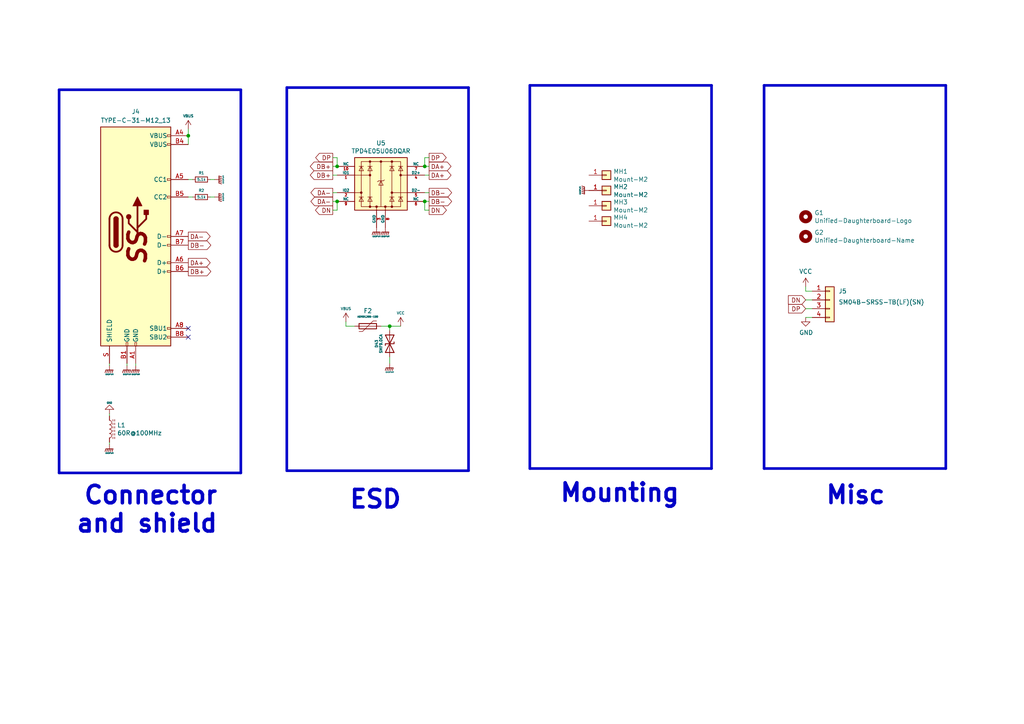
<source format=kicad_sch>
(kicad_sch (version 20230121) (generator eeschema)
  (paper "A4")
  (lib_symbols
    (symbol "Connector_Generic:Conn_01x01" (pin_names (offset 1.016) hide)
      (property "Reference" "J" (at 0 2.54 0))
      (property "Value" "Conn_01x01" (at 0 -2.54 0))
      (symbol "Conn_01x01_1_1"
        (rectangle (start -1.27 0.127) (end 0 -0.127) (stroke (width 0.1524)))
        (rectangle (start -1.27 1.27) (end 1.27 -1.27) (stroke (width 0.254)) (fill (type background)))
        (pin passive line (at -5.08 0 0) (length 3.81) (name "Pin_1") (number "1"))
      )
    )
    (symbol "Connector_Generic:Conn_01x04" (pin_names (offset 1.016) hide)
      (property "Reference" "J" (at 0 5.08 0))
      (property "Value" "Conn_01x04" (at 0 -7.62 0))
      (symbol "Conn_01x04_1_1"
        (rectangle (start -1.27 -4.953) (end 0 -5.207) (stroke (width 0.1524)))
        (rectangle (start -1.27 -2.413) (end 0 -2.667) (stroke (width 0.1524)))
        (rectangle (start -1.27 0.127) (end 0 -0.127) (stroke (width 0.1524)))
        (rectangle (start -1.27 2.667) (end 0 2.413) (stroke (width 0.1524)))
        (rectangle (start -1.27 3.81) (end 1.27 -6.35) (stroke (width 0.254)) (fill (type background)))
        (pin passive line (at -5.08 2.54 0) (length 3.81) (name "Pin_1") (number "1"))
        (pin passive line (at -5.08 0 0) (length 3.81) (name "Pin_2") (number "2"))
        (pin passive line (at -5.08 -2.54 0) (length 3.81) (name "Pin_3") (number "3"))
        (pin passive line (at -5.08 -5.08 0) (length 3.81) (name "Pin_4") (number "4"))
      )
    )
    (symbol "Device:D_TVS" (pin_numbers hide) (pin_names (offset 1.016) hide)
      (property "Reference" "D" (at 0 2.54 0))
      (property "Value" "D_TVS" (at 0 -2.54 0))
      (symbol "D_TVS_0_1"
        (polyline (pts (xy 1.27 0) (xy -1.27 0)))
        (polyline (pts (xy 0.508 1.27) (xy 0 1.27) (xy 0 -1.27) (xy -0.508 -1.27)) (stroke (width 0.254)))
        (polyline (pts (xy -2.54 1.27) (xy -2.54 -1.27) (xy 2.54 1.27) (xy 2.54 -1.27) (xy -2.54 1.27)) (stroke (width 0.254)))
      )
      (symbol "D_TVS_1_1"
        (pin passive line (at -3.81 0 0) (length 2.54) (name "A1") (number "1"))
        (pin passive line (at 3.81 0 180) (length 2.54) (name "A2") (number "2"))
      )
    )
    (symbol "Device:Polyfuse" (pin_numbers hide) (pin_names (offset 0))
      (property "Reference" "F" (at -2.54 0 90))
      (property "Value" "Polyfuse" (at 2.54 0 90))
      (symbol "Polyfuse_0_1"
        (rectangle (start -0.762 2.54) (end 0.762 -2.54) (stroke (width 0.254)))
        (polyline (pts (xy 0 2.54) (xy 0 -2.54)))
        (polyline (pts (xy -1.524 2.54) (xy -1.524 1.524) (xy 1.524 -1.524) (xy 1.524 -2.54)))
      )
      (symbol "Polyfuse_1_1"
        (pin passive line (at 0 3.81 270) (length 1.27) (name "~") (number "1"))
        (pin passive line (at 0 -3.81 90) (length 1.27) (name "~") (number "2"))
      )
    )
    (symbol "Device:R_Small" (pin_numbers hide) (pin_names (offset 0.254) hide)
      (property "Reference" "R" (at 0.762 0.508 0))
      (property "Value" "R_Small" (at 0.762 -1.016 0))
      (symbol "R_Small_0_1"
        (rectangle (start -0.762 1.778) (end 0.762 -1.778) (stroke (width 0.2032)))
      )
      (symbol "R_Small_1_1"
        (pin passive line (at 0 2.54 270) (length 0.762) (name "~") (number "1"))
        (pin passive line (at 0 -2.54 90) (length 0.762) (name "~") (number "2"))
      )
    )
    (symbol "Mechanical:MountingHole" (pin_names (offset 1.016))
      (property "Reference" "H" (at 0 5.08 0))
      (property "Value" "MountingHole" (at 0 3.175 0))
      (symbol "MountingHole_0_1"
        (circle (center 0 0) (radius 1.27) (stroke (width 1.27)))
      )
    )
    (symbol "Unified-Daughterboard-rescue:L_Core_Ferrite-Device" (pin_numbers hide) (pin_names (offset 1.016) hide)
      (property "Reference" "L" (at -1.27 0 90))
      (property "Value" "Device_L_Core_Ferrite" (at 2.794 0 90))
      (symbol "L_Core_Ferrite-Device_0_1"
        (arc (start 0 -2.54) (mid 0.6323 -1.905) (end 0 -1.27))
        (arc (start 0 -1.27) (mid 0.6323 -0.635) (end 0 0))
        (polyline (pts (xy 1.016 -2.794) (xy 1.016 -2.286)))
        (polyline (pts (xy 1.016 -1.778) (xy 1.016 -1.27)))
        (polyline (pts (xy 1.016 -0.762) (xy 1.016 -0.254)))
        (polyline (pts (xy 1.016 0.254) (xy 1.016 0.762)))
        (polyline (pts (xy 1.016 1.27) (xy 1.016 1.778)))
        (polyline (pts (xy 1.016 2.286) (xy 1.016 2.794)))
        (polyline (pts (xy 1.524 -2.286) (xy 1.524 -2.794)))
        (polyline (pts (xy 1.524 -1.27) (xy 1.524 -1.778)))
        (polyline (pts (xy 1.524 -0.254) (xy 1.524 -0.762)))
        (polyline (pts (xy 1.524 0.762) (xy 1.524 0.254)))
        (polyline (pts (xy 1.524 1.778) (xy 1.524 1.27)))
        (polyline (pts (xy 1.524 2.794) (xy 1.524 2.286)))
        (arc (start 0 0) (mid 0.6323 0.635) (end 0 1.27))
        (arc (start 0 1.27) (mid 0.6323 1.905) (end 0 2.54))
      )
      (symbol "L_Core_Ferrite-Device_1_1"
        (pin passive line (at 0 3.81 270) (length 1.27) (name "1") (number "1"))
        (pin passive line (at 0 -3.81 90) (length 1.27) (name "2") (number "2"))
      )
    )
    (symbol "acheronSymbols:TPD4E05U06DQAR" (pin_names (offset 0))
      (property "Reference" "U" (at 0 12.7 0))
      (property "Value" "TPD4E05U06DQAR" (at 0 10.16 0))
      (symbol "TPD4E05U06DQAR_0_0"
        (rectangle (start -5.715 6.477) (end 5.715 -6.604))
        (polyline (pts (xy -3.175 -6.604) (xy -3.175 6.477)))
        (polyline (pts (xy 0 6.477) (xy 0 -6.604)))
        (polyline (pts (xy 3.175 6.477) (xy 3.175 -6.604)))
      )
      (symbol "TPD4E05U06DQAR_0_1"
        (rectangle (start -7.62 7.62) (end 7.62 -7.62) (stroke (width 0.254)) (fill (type background)))
        (circle (center -5.715 -2.54) (radius 0.2794) (fill (type outline)))
        (circle (center -3.175 -6.604) (radius 0.2794) (fill (type outline)))
        (circle (center -3.175 2.54) (radius 0.2794) (fill (type outline)))
        (circle (center -3.175 6.477) (radius 0.2794) (fill (type outline)))
        (circle (center -1.27 -6.604) (radius 0.2794) (fill (type outline)))
        (polyline (pts (xy -7.747 2.54) (xy -3.175 2.54)))
        (polyline (pts (xy -7.62 -2.54) (xy -5.715 -2.54)))
        (polyline (pts (xy -5.08 -3.81) (xy -6.35 -3.81)))
        (polyline (pts (xy -5.08 5.08) (xy -6.35 5.08)))
        (polyline (pts (xy -2.54 -3.81) (xy -3.81 -3.81)))
        (polyline (pts (xy -2.54 5.08) (xy -3.81 5.08)))
        (polyline (pts (xy -1.27 -6.604) (xy -1.27 -7.62)))
        (polyline (pts (xy -0.635 0.889) (xy -1.016 0.635)))
        (polyline (pts (xy 0.635 0.889) (xy -0.635 0.889)))
        (polyline (pts (xy 0.635 0.889) (xy 1.016 1.143)))
        (polyline (pts (xy 3.81 -3.81) (xy 2.54 -3.81)))
        (polyline (pts (xy 3.81 5.08) (xy 2.54 5.08)))
        (polyline (pts (xy 6.35 -3.81) (xy 5.08 -3.81)))
        (polyline (pts (xy 6.35 5.08) (xy 5.08 5.08)))
        (polyline (pts (xy 7.62 -2.54) (xy 3.175 -2.54)))
        (polyline (pts (xy 7.62 2.54) (xy 5.715 2.54)))
        (polyline (pts (xy -5.08 -5.08) (xy -6.35 -5.08) (xy -5.715 -3.81) (xy -5.08 -5.08)))
        (polyline (pts (xy -5.08 3.81) (xy -6.35 3.81) (xy -5.715 5.08) (xy -5.08 3.81)))
        (polyline (pts (xy -2.54 -5.08) (xy -3.81 -5.08) (xy -3.175 -3.81) (xy -2.54 -5.08)))
        (polyline (pts (xy -2.54 3.81) (xy -3.81 3.81) (xy -3.175 5.08) (xy -2.54 3.81)))
        (polyline (pts (xy 0.635 -0.381) (xy -0.635 -0.381) (xy 0 0.889) (xy 0.635 -0.381)))
        (polyline (pts (xy 3.81 -5.08) (xy 2.54 -5.08) (xy 3.175 -3.81) (xy 3.81 -5.08)))
        (polyline (pts (xy 3.81 3.81) (xy 2.54 3.81) (xy 3.175 5.08) (xy 3.81 3.81)))
        (polyline (pts (xy 6.35 -5.08) (xy 5.08 -5.08) (xy 5.715 -3.81) (xy 6.35 -5.08)))
        (polyline (pts (xy 6.35 3.81) (xy 5.08 3.81) (xy 5.715 5.08) (xy 6.35 3.81)))
        (circle (center 0 6.477) (radius 0.2794) (fill (type outline)))
        (circle (center 3.175 -6.604) (radius 0.2794) (fill (type outline)))
        (circle (center 3.175 -2.54) (radius 0.2794) (fill (type outline)))
        (circle (center 3.175 6.477) (radius 0.2794) (fill (type outline)))
        (circle (center 5.715 2.54) (radius 0.2794) (fill (type outline)))
      )
      (symbol "TPD4E05U06DQAR_1_1"
        (polyline (pts (xy 1.27 -6.604) (xy 1.27 -7.62)))
        (circle (center 1.27 -6.604) (radius 0.2794) (fill (type outline)))
        (pin bidirectional line (at -12.7 2.54 0) (length 5.08) (name "IO1") (number "1"))
        (pin bidirectional line (at -12.7 5.08 0) (length 5.08) (name "NC") (number "10"))
        (pin bidirectional line (at -12.7 -2.54 0) (length 5.08) (name "IO2") (number "2"))
        (pin power_in line (at -1.27 -12.7 90) (length 5.08) (name "GND") (number "3"))
        (pin bidirectional line (at 12.7 2.54 180) (length 5.08) (name "D2+") (number "4"))
        (pin bidirectional line (at 12.7 -2.54 180) (length 5.08) (name "D2-") (number "5"))
        (pin bidirectional line (at 12.7 -5.08 180) (length 5.08) (name "NC") (number "6"))
        (pin bidirectional line (at 12.7 5.08 180) (length 5.08) (name "NC") (number "7"))
        (pin power_in line (at 1.27 -12.7 90) (length 5.08) (name "GND") (number "8"))
        (pin bidirectional line (at -12.7 -5.08 0) (length 5.08) (name "NC") (number "9"))
      )
    )
    (symbol "acheronSymbols:TYPE-C-31-M12_13" (pin_names (offset 1.016))
      (property "Reference" "J" (at -1.27 35.56 0))
      (property "Value" "TYPE-C-31-M12_13" (at 10.16 33.02 0))
      (symbol "TYPE-C-31-M12_13_0_0"
        (rectangle (start -0.254 -31.75) (end 0.254 -30.734))
        (rectangle (start 10.16 -28.956) (end 9.144 -29.464))
        (rectangle (start 10.16 -26.416) (end 9.144 -26.924))
        (rectangle (start 10.16 -9.906) (end 9.144 -10.414))
        (rectangle (start 10.16 -7.366) (end 9.144 -7.874))
        (rectangle (start 10.16 -2.286) (end 9.144 -2.794))
        (rectangle (start 10.16 0.254) (end 9.144 -0.254))
        (rectangle (start 10.16 11.684) (end 9.144 11.176))
        (rectangle (start 10.16 16.764) (end 9.144 16.256))
        (rectangle (start 10.16 29.464) (end 9.144 28.956))
        (text "SS" (at 0.508 -3.175 900) (effects (font (size 5.08 5.08) bold italic)))
      )
      (symbol "TYPE-C-31-M12_13_0_1"
        (rectangle (start -10.16 31.75) (end 10.16 -31.75) (stroke (width 0.254)) (fill (type background)))
        (arc (start -7.62 -2.54) (mid -5.715 -4.4367) (end -3.81 -2.54) (stroke (width 0.508)))
        (arc (start -6.35 -2.54) (mid -5.715 -3.1723) (end -5.08 -2.54) (stroke (width 0.254)))
        (arc (start -6.35 -2.54) (mid -5.715 -3.1723) (end -5.08 -2.54) (stroke (width 0.254)) (fill (type outline)))
        (rectangle (start -6.35 -2.54) (end -5.08 5.08) (stroke (width 0.254)) (fill (type outline)))
        (arc (start -5.08 5.08) (mid -5.715 5.7123) (end -6.35 5.08) (stroke (width 0.254)))
        (arc (start -5.08 5.08) (mid -5.715 5.7123) (end -6.35 5.08) (stroke (width 0.254)) (fill (type outline)))
        (arc (start -3.81 5.08) (mid -5.715 6.9767) (end -7.62 5.08) (stroke (width 0.508)))
        (circle (center -2.032 5.715) (radius 0.635) (stroke (width 0.254)) (fill (type outline)))
        (polyline (pts (xy -7.62 -2.54) (xy -7.62 5.08)) (stroke (width 0.508)))
        (polyline (pts (xy -3.81 5.08) (xy -3.81 -2.54)) (stroke (width 0.508)))
        (polyline (pts (xy 0.508 0) (xy 0.508 8.89)) (stroke (width 0.508)))
        (polyline (pts (xy 0.508 1.27) (xy -2.032 3.81) (xy -2.032 5.08)) (stroke (width 0.508)))
        (polyline (pts (xy 0.508 2.54) (xy 3.048 5.08) (xy 3.048 6.35)) (stroke (width 0.508)))
        (polyline (pts (xy -0.762 8.89) (xy 0.508 11.43) (xy 1.778 8.89) (xy -0.762 8.89)) (stroke (width 0.254)) (fill (type outline)))
        (rectangle (start 2.413 6.35) (end 3.683 7.62) (stroke (width 0.254)) (fill (type outline)))
      )
      (symbol "TYPE-C-31-M12_13_1_1"
        (rectangle (start -2.794 -31.75) (end -2.286 -30.734))
        (rectangle (start 10.16 26.924) (end 9.144 26.416))
        (pin power_out line (at 0 -36.83 90) (length 5.08) (name "GND") (number "A1"))
        (pin power_out line (at 15.24 29.21 180) (length 5.08) (name "VBUS") (number "A4"))
        (pin bidirectional line (at 15.24 16.51 180) (length 5.08) (name "CC1") (number "A5"))
        (pin bidirectional line (at 15.24 -7.62 180) (length 5.08) (name "D+") (number "A6"))
        (pin bidirectional line (at 15.24 0 180) (length 5.08) (name "D-") (number "A7"))
        (pin bidirectional line (at 15.24 -26.67 180) (length 5.08) (name "SBU1") (number "A8"))
        (pin power_out line (at -2.54 -36.83 90) (length 5.08) (name "GND") (number "B1"))
        (pin power_out line (at 15.24 26.67 180) (length 5.08) (name "VBUS") (number "B4"))
        (pin bidirectional line (at 15.24 11.43 180) (length 5.08) (name "CC2") (number "B5"))
        (pin bidirectional line (at 15.24 -10.16 180) (length 5.08) (name "D+") (number "B6"))
        (pin bidirectional line (at 15.24 -2.54 180) (length 5.08) (name "D-") (number "B7"))
        (pin bidirectional line (at 15.24 -29.21 180) (length 5.08) (name "SBU2") (number "B8"))
        (pin passive line (at -7.62 -36.83 90) (length 5.08) (name "SHIELD") (number "S"))
      )
    )
    (symbol "power:GND" (power) (pin_names (offset 0))
      (property "Value" "GND" (at 0 -3.81 0))
      (symbol "GND_0_1"
        (polyline (pts (xy 0 0) (xy 0 -1.27) (xy 1.27 -1.27) (xy 0 -2.54) (xy -1.27 -1.27) (xy 0 -1.27)))
      )
      (symbol "GND_1_1"
        (pin power_in line (at 0 0 270) (length 0) hide (name "GND") (number "1"))
      )
    )
    (symbol "power:GNDPWR" (power) (pin_names (offset 0))
      (property "Value" "GNDPWR" (at 0 -3.302 0))
      (symbol "GNDPWR_0_1"
        (polyline (pts (xy 0 -1.27) (xy 0 0)))
        (polyline (pts (xy -1.016 -1.27) (xy -1.27 -2.032) (xy -1.27 -2.032)) (stroke (width 0.2032)))
        (polyline (pts (xy -0.508 -1.27) (xy -0.762 -2.032) (xy -0.762 -2.032)) (stroke (width 0.2032)))
        (polyline (pts (xy 0 -1.27) (xy -0.254 -2.032) (xy -0.254 -2.032)) (stroke (width 0.2032)))
        (polyline (pts (xy 0.508 -1.27) (xy 0.254 -2.032) (xy 0.254 -2.032)) (stroke (width 0.2032)))
        (polyline (pts (xy 1.016 -1.27) (xy -1.016 -1.27) (xy -1.016 -1.27)) (stroke (width 0.2032)))
        (polyline (pts (xy 1.016 -1.27) (xy 0.762 -2.032) (xy 0.762 -2.032) (xy 0.762 -2.032)) (stroke (width 0.2032)))
      )
      (symbol "GNDPWR_1_1"
        (pin power_in line (at 0 0 270) (length 0) hide (name "GNDPWR") (number "1"))
      )
    )
    (symbol "power:VBUS" (power) (pin_names (offset 0))
      (property "Value" "VBUS" (at 0 3.81 0))
      (symbol "VBUS_0_1"
        (polyline (pts (xy -0.762 1.27) (xy 0 2.54)))
        (polyline (pts (xy 0 0) (xy 0 2.54)))
        (polyline (pts (xy 0 2.54) (xy 0.762 1.27)))
      )
      (symbol "VBUS_1_1"
        (pin power_in line (at 0 0 90) (length 0) hide (name "VBUS") (number "1"))
      )
    )
    (symbol "power:VCC" (power) (pin_names (offset 0))
      (property "Value" "VCC" (at 0 3.81 0))
      (symbol "VCC_0_1"
        (polyline (pts (xy -0.762 1.27) (xy 0 2.54)))
        (polyline (pts (xy 0 0) (xy 0 2.54)))
        (polyline (pts (xy 0 2.54) (xy 0.762 1.27)))
      )
      (symbol "VCC_1_1"
        (pin power_in line (at 0 0 90) (length 0) hide (name "VCC") (number "1"))
      )
    )
  )
  (junction (at 54.61 39.37))
  (junction (at 123.19 48.26))
  (junction (at 97.79 58.42))
  (junction (at 97.79 48.26))
  (junction (at 113.03 94.615))
  (junction (at 123.19 58.42))
  (no_connect (at 54.61 97.79))
  (no_connect (at 54.61 95.25))
  (wire (pts (xy 60.96 57.15) (xy 62.23 57.15)))
  (wire (pts (xy 124.46 45.72) (xy 123.19 45.72)))
  (polyline (pts (xy 221.615 24.765) (xy 221.615 135.89)) (stroke (width 0.762)))
  (wire (pts (xy 31.75 120.015) (xy 31.75 120.65)))
  (wire (pts (xy 36.83 105.41) (xy 36.83 106.045)))
  (wire (pts (xy 110.49 94.615) (xy 113.03 94.615)))
  (wire (pts (xy 54.61 57.15) (xy 55.88 57.15)))
  (wire (pts (xy 123.19 50.8) (xy 124.46 50.8)))
  (polyline (pts (xy 83.185 25.4) (xy 135.89 25.4)) (stroke (width 0.762)))
  (wire (pts (xy 96.52 50.8) (xy 97.79 50.8)))
  (wire (pts (xy 233.68 92.075) (xy 235.585 92.075)))
  (wire (pts (xy 233.68 83.185) (xy 233.68 84.455)))
  (wire (pts (xy 39.37 105.41) (xy 39.37 106.045)))
  (wire (pts (xy 96.52 45.72) (xy 97.79 45.72)))
  (wire (pts (xy 123.19 58.42) (xy 124.46 58.42)))
  (polyline (pts (xy 135.89 25.4) (xy 135.89 136.525)) (stroke (width 0.762)))
  (polyline (pts (xy 17.145 26.035) (xy 69.85 26.035)) (stroke (width 0.762)))
  (wire (pts (xy 31.75 105.41) (xy 31.75 106.045)))
  (polyline (pts (xy 69.85 26.035) (xy 69.85 137.16)) (stroke (width 0.762)))
  (wire (pts (xy 54.61 52.07) (xy 55.88 52.07)))
  (polyline (pts (xy 206.375 135.89) (xy 153.67 135.89)) (stroke (width 0.762)))
  (wire (pts (xy 113.03 94.615) (xy 113.03 95.885)))
  (wire (pts (xy 60.96 52.07) (xy 62.23 52.07)))
  (wire (pts (xy 235.585 86.995) (xy 233.68 86.995)))
  (wire (pts (xy 54.61 37.465) (xy 54.61 39.37)))
  (polyline (pts (xy 83.185 25.4) (xy 83.185 136.525)) (stroke (width 0.762)))
  (wire (pts (xy 233.68 84.455) (xy 235.585 84.455)))
  (wire (pts (xy 123.19 45.72) (xy 123.19 48.26)))
  (polyline (pts (xy 221.615 24.765) (xy 274.32 24.765)) (stroke (width 0.762)))
  (wire (pts (xy 96.52 55.88) (xy 97.79 55.88)))
  (wire (pts (xy 96.52 48.26) (xy 97.79 48.26)))
  (polyline (pts (xy 17.145 26.035) (xy 17.145 137.16)) (stroke (width 0.762)))
  (wire (pts (xy 123.19 55.88) (xy 124.46 55.88)))
  (wire (pts (xy 96.52 58.42) (xy 97.79 58.42)))
  (polyline (pts (xy 135.89 136.525) (xy 83.185 136.525)) (stroke (width 0.762)))
  (polyline (pts (xy 274.32 24.765) (xy 274.32 135.89)) (stroke (width 0.762)))
  (polyline (pts (xy 153.67 24.765) (xy 206.375 24.765)) (stroke (width 0.762)))
  (wire (pts (xy 97.79 45.72) (xy 97.79 48.26)))
  (wire (pts (xy 100.33 94.615) (xy 102.87 94.615)))
  (polyline (pts (xy 153.67 24.765) (xy 153.67 135.89)) (stroke (width 0.762)))
  (wire (pts (xy 113.03 103.505) (xy 113.03 105.41)))
  (wire (pts (xy 100.33 93.345) (xy 100.33 94.615)))
  (polyline (pts (xy 69.85 137.16) (xy 17.145 137.16)) (stroke (width 0.762)))
  (wire (pts (xy 123.19 48.26) (xy 124.46 48.26)))
  (wire (pts (xy 96.52 60.96) (xy 97.79 60.96)))
  (wire (pts (xy 113.03 94.615) (xy 116.205 94.615)))
  (wire (pts (xy 123.19 60.96) (xy 124.46 60.96)))
  (wire (pts (xy 123.19 58.42) (xy 123.19 60.96)))
  (wire (pts (xy 31.75 128.27) (xy 31.75 128.905)))
  (polyline (pts (xy 206.375 24.765) (xy 206.375 135.89)) (stroke (width 0.762)))
  (polyline (pts (xy 274.32 135.89) (xy 221.615 135.89)) (stroke (width 0.762)))
  (wire (pts (xy 54.61 39.37) (xy 54.61 41.91)))
  (wire (pts (xy 97.79 60.96) (xy 97.79 58.42)))
  (wire (pts (xy 233.68 89.535) (xy 235.585 89.535)))
  (text "Connector\nand shield" (at 63.5 154.94 0) (effects (font (size 5.08 5.08) (thickness 1.016) bold) (justify right bottom)))
  (text "ESD" (at 116.84 147.955 0) (effects (font (size 5.08 5.08) (thickness 1.016) bold) (justify right bottom)))
  (text "Misc" (at 257.175 146.685 0) (effects (font (size 5.08 5.08) (thickness 1.016) bold) (justify right bottom)))
  (text "Mounting" (at 197.485 146.05 0) (effects (font (size 5.08 5.08) (thickness 1.016) bold) (justify right bottom)))
  (global_label "DA+" (shape output) (at 54.61 76.2 0) (property "Intersheetrefs" "${INTERSHEET_REFS}" (effects hide)))
  (global_label "DN" (shape output) (at 96.52 60.96 180) (property "Intersheetrefs" "${INTERSHEET_REFS}" (effects hide)))
  (global_label "DB+" (shape output) (at 54.61 78.74 0) (property "Intersheetrefs" "${INTERSHEET_REFS}" (effects hide)))
  (global_label "DN" (shape input) (at 233.68 86.995 180) (property "Intersheetrefs" "${INTERSHEET_REFS}" (effects hide)))
  (global_label "DB-" (shape output) (at 124.46 58.42 0) (property "Intersheetrefs" "${INTERSHEET_REFS}" (effects hide)))
  (global_label "DN" (shape output) (at 124.46 60.96 0) (property "Intersheetrefs" "${INTERSHEET_REFS}" (effects hide)))
  (global_label "DB-" (shape output) (at 124.46 55.88 0) (property "Intersheetrefs" "${INTERSHEET_REFS}" (effects hide)))
  (global_label "DA-" (shape output) (at 96.52 58.42 180) (property "Intersheetrefs" "${INTERSHEET_REFS}" (effects hide)))
  (global_label "DA+" (shape output) (at 124.46 50.8 0) (property "Intersheetrefs" "${INTERSHEET_REFS}" (effects hide)))
  (global_label "DA+" (shape output) (at 124.46 48.26 0) (property "Intersheetrefs" "${INTERSHEET_REFS}" (effects hide)))
  (global_label "DB+" (shape output) (at 96.52 50.8 180) (property "Intersheetrefs" "${INTERSHEET_REFS}" (effects hide)))
  (global_label "DA-" (shape output) (at 96.52 55.88 180) (property "Intersheetrefs" "${INTERSHEET_REFS}" (effects hide)))
  (global_label "DB+" (shape output) (at 96.52 48.26 180) (property "Intersheetrefs" "${INTERSHEET_REFS}" (effects hide)))
  (global_label "DA-" (shape output) (at 54.61 68.58 0) (property "Intersheetrefs" "${INTERSHEET_REFS}" (effects hide)))
  (global_label "DP" (shape output) (at 124.46 45.72 0) (property "Intersheetrefs" "${INTERSHEET_REFS}" (effects hide)))
  (global_label "DP" (shape output) (at 96.52 45.72 180) (property "Intersheetrefs" "${INTERSHEET_REFS}" (effects hide)))
  (global_label "DP" (shape input) (at 233.68 89.535 180) (property "Intersheetrefs" "${INTERSHEET_REFS}" (effects hide)))
  (global_label "DB-" (shape output) (at 54.61 71.12 0) (property "Intersheetrefs" "${INTERSHEET_REFS}" (effects hide)))
  (symbol (lib_id "power:VBUS") (at 100.33 93.345 0) (unit 1)
    (property "Reference" "#PWR015" (effects hide))
    (property "Value" "VBUS" (at 100.33 89.535 0) (effects (font (size 0.762 0.762))))
    (instances (project "no-escape" (path "" (reference "#PWR015") (unit 1))) (project "Unified-Daughterboard" (path "" (reference "#PWR0115") (unit 1))))
  )
  (symbol (lib_id "Device:R_Small") (at 58.42 57.15 90) (unit 1)
    (property "Reference" "R2" (at 58.42 55.245 90) (effects (font (size 0.762 0.762))))
    (property "Value" "5.1k" (at 58.42 57.15 90) (effects (font (size 0.762 0.762))))
    (property "Footprint" "Resistors_SMD:R_0603" (effects hide))
    (property "Package" "R0603" (effects hide))
  )
  (symbol (lib_id "power:GNDPWR") (at 170.815 55.245 270) (unit 1)
    (property "Reference" "#PWR020" (effects hide))
    (property "Value" "GNDPWR" (at 168.275 55.245 0) (effects (font (size 0.381 0.381))))
    (instances (project "no-escape" (path "" (reference "#PWR020") (unit 1))) (project "Unified-Daughterboard" (path "" (reference "#PWR0110") (unit 1))))
  )
  (symbol (lib_id "power:VCC") (at 233.68 83.185 0) (unit 1)
    (property "Reference" "#PWR021" (effects hide))
    (property "Value" "VCC" (at 233.68 78.74 0))
    (instances (project "no-escape" (path "" (reference "#PWR021") (unit 1))) (project "Unified-Daughterboard" (path "" (reference "#PWR0103") (unit 1))))
  )
  (symbol (lib_id "power:GNDPWR") (at 62.23 52.07 90) (unit 1)
    (property "Reference" "#PWR013" (effects hide))
    (property "Value" "GNDPWR" (at 64.77 52.07 0) (effects (font (size 0.381 0.381))))
    (instances (project "no-escape" (path "" (reference "#PWR013") (unit 1))) (project "Unified-Daughterboard" (path "" (reference "#PWR0102") (unit 1))))
  )
  (symbol (lib_id "Unified-Daughterboard-rescue:L_Core_Ferrite-Device") (at 31.75 124.46 0) (unit 1)
    (property "Reference" "L1" (at 33.9852 123.317 0) (effects (justify left)))
    (property "Value" "60R@100MHz" (at 33.9852 125.603 0) (effects (justify left)))
    (property "Footprint" "Inductor_SMD:L_1206_3216Metric" (effects hide))
    (property "Manufacturer" "MELED Industrial" (effects hide))
    (property "Manufacturer Part No" "MLB3216-600P4A(f)" (effects hide))
    (property "LCSC Part No" "C33600" (effects hide))
    (property "Package" "L1206" (effects hide))
  )
  (symbol (lib_id "power:GNDPWR") (at 113.03 105.41 0) (unit 1)
    (property "Reference" "#PWR018" (effects hide))
    (property "Value" "GNDPWR" (at 113.03 107.95 0) (effects (font (size 0.381 0.381))))
    (instances (project "no-escape" (path "" (reference "#PWR018") (unit 1))) (project "Unified-Daughterboard" (path "" (reference "#PWR0114") (unit 1))))
  )
  (symbol (lib_id "power:GND") (at 31.75 120.015 180) (unit 1)
    (property "Reference" "#PWR08" (effects hide))
    (property "Value" "GND" (at 31.75 116.84 0) (effects (font (size 0.508 0.508))))
    (instances (project "no-escape" (path "" (reference "#PWR08") (unit 1))) (project "Unified-Daughterboard" (path "" (reference "#PWR0109") (unit 1))))
  )
  (symbol (lib_id "Connector_Generic:Conn_01x01") (at 175.895 59.69 0) (unit 1)
    (property "Reference" "MH3" (at 177.9016 58.6232 0) (effects (justify left)))
    (property "Value" "Mount-M2" (at 177.9016 60.9346 0) (effects (justify left)))
    (property "Footprint" "random-keyboard-parts:Generic-Mounthole" (effects hide))
  )
  (symbol (lib_id "power:GNDPWR") (at 39.37 106.045 0) (unit 1)
    (property "Reference" "#PWR011" (effects hide))
    (property "Value" "GNDPWR" (at 39.37 108.585 0) (effects (font (size 0.381 0.381))))
    (instances (project "no-escape" (path "" (reference "#PWR011") (unit 1))) (project "Unified-Daughterboard" (path "" (reference "#PWR0105") (unit 1))))
  )
  (symbol (lib_id "acheronSymbols:TPD4E05U06DQAR") (at 110.49 53.34 0) (unit 1)
    (property "Reference" "U5" (at 110.49 41.5036 0))
    (property "Value" "TPD4E05U06DQAR" (at 110.49 43.815 0))
    (property "Footprint" "acheron_Components:USON-10_2.5x1.0mm_P0.5mm" (effects hide))
    (property "Manufacturer" "Texas Instruments" (effects hide))
    (property "Manufacturer Part No" "TPD4E05U06DQAR" (effects hide))
    (property "LCSC Part No" "C138714" (effects hide))
    (property "Package" "uSON-10" (effects hide))
    (instances (project "no-escape" (path "" (reference "U5") (unit 1))) (project "Unified-Daughterboard" (path "" (reference "U1") (unit 1))))
  )
  (symbol (lib_id "Device:D_TVS") (at 113.03 99.695 270) (mirror x) (unit 1)
    (property "Reference" "D43" (at 109.22 99.695 0) (effects (font (size 0.762 0.762))))
    (property "Value" "SMF9.0CA" (at 110.49 99.695 0) (effects (font (size 0.762 0.762))))
    (property "Footprint" "acheron_Components:D_SOD-123_Bidirectional" (effects hide))
    (property "Package" "SOD-123F-B" (effects hide))
    (property "Manufacturer" "Microdiode Electronics" (effects hide))
    (property "Manufacturer Part No" "SMF9.0CA" (effects hide))
    (property "LCSC Part No" "C123799" (effects hide))
    (instances (project "no-escape" (path "" (reference "D43") (unit 1))) (project "Unified-Daughterboard" (path "" (reference "D1") (unit 1))))
  )
  (symbol (lib_id "Connector_Generic:Conn_01x01") (at 175.895 64.135 0) (unit 1)
    (property "Reference" "MH4" (at 177.9016 63.0682 0) (effects (justify left)))
    (property "Value" "Mount-M2" (at 177.9016 65.3796 0) (effects (justify left)))
    (property "Footprint" "random-keyboard-parts:Generic-Mounthole" (effects hide))
  )
  (symbol (lib_id "power:VCC") (at 116.205 94.615 0) (unit 1)
    (property "Reference" "#PWR019" (effects hide))
    (property "Value" "VCC" (at 116.205 90.805 0) (effects (font (size 0.762 0.762))))
    (instances (project "no-escape" (path "" (reference "#PWR019") (unit 1))) (project "Unified-Daughterboard" (path "" (reference "#PWR0119") (unit 1))))
  )
  (symbol (lib_id "Device:R_Small") (at 58.42 52.07 90) (unit 1)
    (property "Reference" "R1" (at 58.42 50.165 90) (effects (font (size 0.762 0.762))))
    (property "Value" "5.1k" (at 58.42 52.07 90) (effects (font (size 0.762 0.762))))
    (property "Footprint" "Resistors_SMD:R_0603" (effects hide))
    (property "Package" "R0603" (effects hide))
  )
  (symbol (lib_id "power:GNDPWR") (at 109.22 66.04 0) (unit 1)
    (property "Reference" "#PWR016" (effects hide))
    (property "Value" "GNDPWR" (at 109.22 68.58 0) (effects (font (size 0.381 0.381))))
    (instances (project "no-escape" (path "" (reference "#PWR016") (unit 1))) (project "Unified-Daughterboard" (path "" (reference "#PWR0111") (unit 1))))
  )
  (symbol (lib_id "Mechanical:MountingHole") (at 233.68 68.58 0) (unit 1)
    (property "Reference" "G2" (at 236.22 67.437 0) (effects (justify left)))
    (property "Value" "Unified-Daughterboard-Name" (at 236.22 69.723 0) (effects (justify left)))
    (property "Footprint" "Unified-Daughterboard-Logo:Unified-Daughterboard-Name.pretty" (effects hide))
  )
  (symbol (lib_id "Connector_Generic:Conn_01x01") (at 175.895 50.8 0) (unit 1)
    (property "Reference" "MH1" (at 177.9016 49.7332 0) (effects (justify left)))
    (property "Value" "Mount-M2" (at 177.9016 52.0446 0) (effects (justify left)))
    (property "Footprint" "random-keyboard-parts:Generic-Mounthole" (effects hide))
  )
  (symbol (lib_id "Mechanical:MountingHole") (at 233.68 62.865 0) (unit 1)
    (property "Reference" "G1" (at 236.22 61.722 0) (effects (justify left)))
    (property "Value" "Unified-Daughterboard-Logo" (at 236.22 64.008 0) (effects (justify left)))
    (property "Footprint" "Unified-Daughterboard-Logo:Unified-Daughterboard-Logo.pretty" (effects hide))
  )
  (symbol (lib_id "power:GNDPWR") (at 36.83 106.045 0) (unit 1)
    (property "Reference" "#PWR010" (effects hide))
    (property "Value" "GNDPWR" (at 36.83 108.585 0) (effects (font (size 0.381 0.381))))
    (instances (project "no-escape" (path "" (reference "#PWR010") (unit 1))) (project "Unified-Daughterboard" (path "" (reference "#PWR0107") (unit 1))))
  )
  (symbol (lib_id "Device:Polyfuse") (at 106.68 94.615 90) (unit 1)
    (property "Reference" "F2" (at 106.68 90.17 90))
    (property "Value" "ASMD1206-150" (at 106.68 91.8464 90) (effects (font (size 0.508 0.508))))
    (property "Footprint" "Fuse:Fuse_1206_3216Metric" (effects hide))
    (property "Manufacturer" "Shenzhen JDT Fuse" (effects hide))
    (property "Manufacturer Part No" "ASMD1206-150" (effects hide))
    (property "LCSC Part No" "C135342" (effects hide))
    (property "Package" "F1206" (effects hide))
    (instances (project "no-escape" (path "" (reference "F2") (unit 1))) (project "Unified-Daughterboard" (path "" (reference "F1") (unit 1))))
  )
  (symbol (lib_id "power:GNDPWR") (at 111.76 66.04 0) (unit 1)
    (property "Reference" "#PWR017" (effects hide))
    (property "Value" "GNDPWR" (at 111.76 68.58 0) (effects (font (size 0.381 0.381))))
    (instances (project "no-escape" (path "" (reference "#PWR017") (unit 1))) (project "Unified-Daughterboard" (path "" (reference "#PWR0112") (unit 1))))
  )
  (symbol (lib_id "power:GNDPWR") (at 62.23 57.15 90) (unit 1)
    (property "Reference" "#PWR014" (effects hide))
    (property "Value" "GNDPWR" (at 64.77 57.15 0) (effects (font (size 0.381 0.381))))
    (instances (project "no-escape" (path "" (reference "#PWR014") (unit 1))) (project "Unified-Daughterboard" (path "" (reference "#PWR0101") (unit 1))))
  )
  (symbol (lib_id "Connector_Generic:Conn_01x04") (at 240.665 86.995 0) (unit 1)
    (property "Reference" "J5" (at 243.205 84.455 0) (effects (justify left)))
    (property "Value" "SM04B-SRSS-TB(LF)(SN)" (at 243.205 87.63 0) (effects (justify left)))
    (property "Footprint" "random-keyboard-parts:JST-SR-4" (effects hide))
    (property "Manufacturer" "JST Sales America" (effects hide))
    (property "Manufacturer Part No" "SM04B-SRSS-TB(LF)(SN)" (effects hide))
    (property "LCSC Part No" "C160404" (effects hide))
    (instances (project "no-escape" (path "" (reference "J5") (unit 1))) (project "Unified-Daughterboard" (path "" (reference "J2") (unit 1))))
  )
  (symbol (lib_id "Connector_Generic:Conn_01x01") (at 175.895 55.245 0) (unit 1)
    (property "Reference" "MH2" (at 177.9016 54.1782 0) (effects (justify left)))
    (property "Value" "Mount-M2" (at 177.9016 56.4896 0) (effects (justify left)))
    (property "Footprint" "random-keyboard-parts:Generic-Mounthole" (effects hide))
  )
  (symbol (lib_id "acheronSymbols:TYPE-C-31-M12_13") (at 39.37 68.58 0) (unit 1)
    (property "Reference" "J4" (at 39.37 32.385 0))
    (property "Value" "TYPE-C-31-M12_13" (at 39.37 34.925 0))
    (property "Footprint" "acheron_Connectors:TYPE-C-31-M-12" (effects hide))
    (property "Manufacturer" "Korean Hroparts" (effects hide))
    (property "Manufacturer Part No" "TYPE-C-31-M-12" (effects hide))
    (property "LCSC Part No" "C165948" (effects hide))
    (instances (project "no-escape" (path "" (reference "J4") (unit 1))) (project "Unified-Daughterboard" (path "" (reference "J1") (unit 1))))
  )
  (symbol (lib_id "power:GNDPWR") (at 31.75 106.045 0) (unit 1)
    (property "Reference" "#PWR07" (effects hide))
    (property "Value" "GNDPWR" (at 31.75 108.585 0) (effects (font (size 0.381 0.381))))
    (instances (project "no-escape" (path "" (reference "#PWR07") (unit 1))) (project "Unified-Daughterboard" (path "" (reference "#PWR0106") (unit 1))))
  )
  (symbol (lib_id "power:VBUS") (at 54.61 37.465 0) (unit 1)
    (property "Reference" "#PWR012" (effects hide))
    (property "Value" "VBUS" (at 54.61 33.655 0) (effects (font (size 0.762 0.762))))
    (instances (project "no-escape" (path "" (reference "#PWR012") (unit 1))) (project "Unified-Daughterboard" (path "" (reference "#PWR0113") (unit 1))))
  )
  (symbol (lib_id "power:GND") (at 233.68 92.075 0) (unit 1)
    (property "Reference" "#PWR022" (effects hide))
    (property "Value" "GND" (at 233.807 96.4692 0))
    (instances (project "no-escape" (path "" (reference "#PWR022") (unit 1))) (project "Unified-Daughterboard" (path "" (reference "#PWR0104") (unit 1))))
  )
  (symbol (lib_id "power:GNDPWR") (at 31.75 128.905 0) (unit 1)
    (property "Reference" "#PWR09" (effects hide))
    (property "Value" "GNDPWR" (at 31.75 131.445 0) (effects (font (size 0.381 0.381))))
    (instances (project "no-escape" (path "" (reference "#PWR09") (unit 1))) (project "Unified-Daughterboard" (path "" (reference "#PWR0108") (unit 1))))
  )
)
</source>
